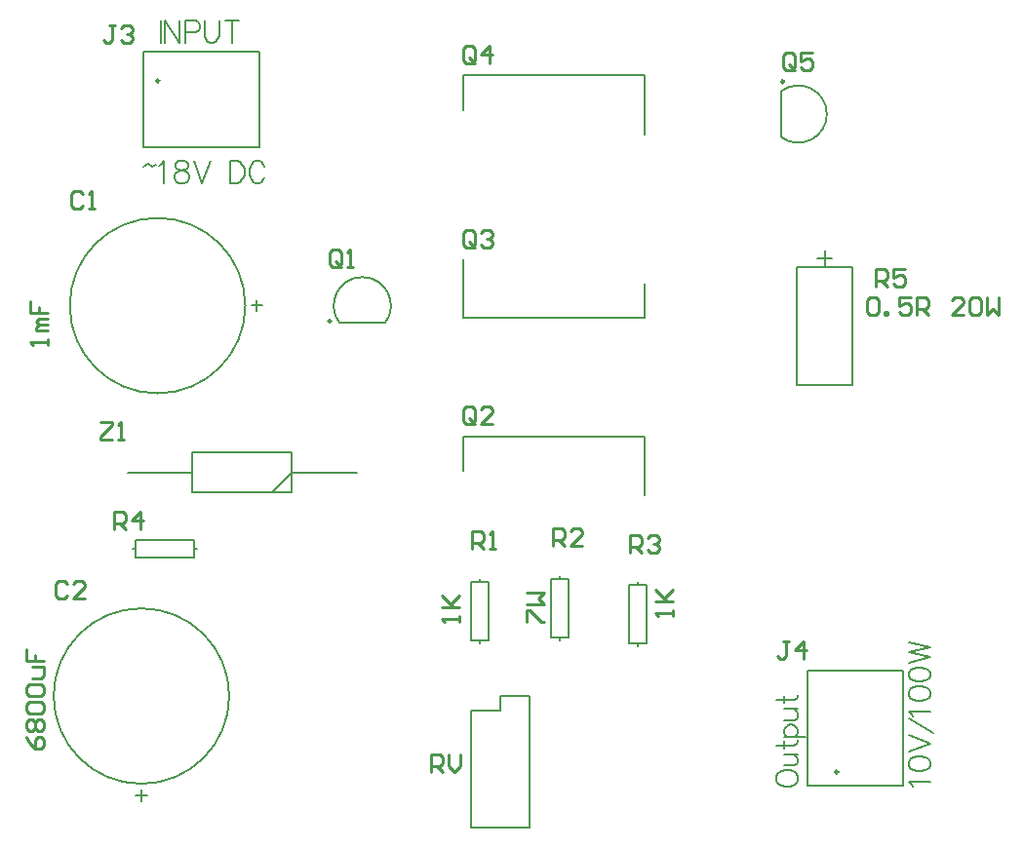
<source format=gto>
G04 Layer_Color=65535*
%FSLAX25Y25*%
%MOIN*%
G70*
G01*
G75*
%ADD29C,0.00984*%
%ADD30C,0.00787*%
%ADD31C,0.01102*%
%ADD32C,0.00600*%
%ADD33C,0.00500*%
%ADD34C,0.01000*%
%ADD35C,0.00591*%
%ADD36C,0.00781*%
D29*
X272677Y273642D02*
G03*
X272677Y273642I-492J0D01*
G01*
X117850Y191685D02*
G03*
X117850Y191685I-492J0D01*
G01*
D30*
X271595Y254705D02*
G03*
X271595Y270295I5906J7795D01*
G01*
X136295Y191095D02*
G03*
X120705Y191095I-7795J5906D01*
G01*
X83000Y63500D02*
G03*
X83000Y63500I-30000J0D01*
G01*
X88500Y197000D02*
G03*
X88500Y197000I-30000J0D01*
G01*
X271594Y254705D02*
Y270295D01*
X225004Y255535D02*
Y275811D01*
X162996D02*
X225004D01*
X162996Y264000D02*
Y275811D01*
X163039Y192689D02*
Y212965D01*
Y192689D02*
X225047D01*
Y204500D01*
X219500Y101500D02*
X222500D01*
X219500Y81500D02*
Y101500D01*
Y81500D02*
X225500D01*
Y101500D01*
X222500D02*
X225500D01*
X222500Y80600D02*
Y81500D01*
Y101500D02*
Y102400D01*
X168500Y82500D02*
X171500D01*
Y102500D01*
X165500D02*
X171500D01*
X165500Y82500D02*
Y102500D01*
Y82500D02*
X168500D01*
Y102500D02*
Y103400D01*
Y81600D02*
Y82500D01*
X225047Y132035D02*
Y152311D01*
X163039D02*
X225047D01*
X163039Y140500D02*
Y152311D01*
X196000Y83500D02*
X199000D01*
Y103500D01*
X193000D02*
X199000D01*
X193000Y83500D02*
Y103500D01*
Y83500D02*
X196000D01*
Y103500D02*
Y104400D01*
Y82600D02*
Y83500D01*
X120705Y191094D02*
X136295D01*
X70488Y133130D02*
X104488D01*
X70488D02*
Y146870D01*
X104488D01*
Y133130D02*
Y146870D01*
X97614Y133130D02*
X104488Y140000D01*
X126760D01*
X48217D02*
X70488D01*
X71000Y114000D02*
Y117000D01*
X51000D02*
X71000D01*
X51000Y111000D02*
Y117000D01*
Y111000D02*
X71000D01*
Y114000D01*
X50100D02*
X51000D01*
X71000D02*
X71900D01*
X165500Y18500D02*
X185500D01*
Y63500D01*
X175500D02*
X185500D01*
X175500Y58500D02*
Y63500D01*
X165500Y58500D02*
X175500D01*
X165500Y18500D02*
Y58500D01*
D31*
X291146Y37539D02*
G03*
X291146Y37539I-551J0D01*
G01*
X59091Y273905D02*
G03*
X59091Y273905I-551J0D01*
G01*
D32*
X286500Y210750D02*
Y215750D01*
X284000Y213250D02*
X289000D01*
X296050Y169850D02*
Y210250D01*
X276950Y169850D02*
Y210250D01*
Y169850D02*
X296050D01*
X276950Y210250D02*
X296050D01*
D33*
X280752Y32815D02*
Y72185D01*
X313429D01*
Y32815D02*
Y72185D01*
X280752Y32815D02*
X313429D01*
X53815Y283748D02*
X93185D01*
Y251071D02*
Y283748D01*
X53815Y251071D02*
X93185D01*
X53815D02*
Y283748D01*
D34*
X276199Y278600D02*
Y282598D01*
X275199Y283598D01*
X273200D01*
X272200Y282598D01*
Y278600D01*
X273200Y277600D01*
X275199D01*
X274199Y279599D02*
X276199Y277600D01*
X275199D02*
X276199Y278600D01*
X282197Y283598D02*
X278198D01*
Y280599D01*
X280197Y281599D01*
X281197D01*
X282197Y280599D01*
Y278600D01*
X281197Y277600D01*
X279198D01*
X278198Y278600D01*
X39076Y157298D02*
X43075D01*
Y156298D01*
X39076Y152300D01*
Y151300D01*
X43075D01*
X45074D02*
X47074D01*
X46074D01*
Y157298D01*
X45074Y156298D01*
X152000Y37500D02*
Y43498D01*
X154999D01*
X155999Y42498D01*
Y40499D01*
X154999Y39499D01*
X152000D01*
X153999D02*
X155999Y37500D01*
X157998Y43498D02*
Y39499D01*
X159997Y37500D01*
X161997Y39499D01*
Y43498D01*
X304000Y203500D02*
Y209498D01*
X306999D01*
X307999Y208498D01*
Y206499D01*
X306999Y205499D01*
X304000D01*
X305999D02*
X307999Y203500D01*
X313997Y209498D02*
X309998D01*
Y206499D01*
X311997Y207499D01*
X312997D01*
X313997Y206499D01*
Y204500D01*
X312997Y203500D01*
X310998D01*
X309998Y204500D01*
X43800Y120400D02*
Y126398D01*
X46799D01*
X47799Y125398D01*
Y123399D01*
X46799Y122399D01*
X43800D01*
X45799D02*
X47799Y120400D01*
X52797D02*
Y126398D01*
X49798Y123399D01*
X53797D01*
X220150Y112650D02*
Y118648D01*
X223149D01*
X224149Y117648D01*
Y115649D01*
X223149Y114649D01*
X220150D01*
X222149D02*
X224149Y112650D01*
X226148Y117648D02*
X227148Y118648D01*
X229147D01*
X230147Y117648D01*
Y116649D01*
X229147Y115649D01*
X228147D01*
X229147D01*
X230147Y114649D01*
Y113650D01*
X229147Y112650D01*
X227148D01*
X226148Y113650D01*
X193600Y114700D02*
Y120698D01*
X196599D01*
X197599Y119698D01*
Y117699D01*
X196599Y116699D01*
X193600D01*
X195599D02*
X197599Y114700D01*
X203597D02*
X199598D01*
X203597Y118699D01*
Y119698D01*
X202597Y120698D01*
X200598D01*
X199598Y119698D01*
X166100Y113700D02*
Y119698D01*
X169099D01*
X170099Y118698D01*
Y116699D01*
X169099Y115699D01*
X166100D01*
X168099D02*
X170099Y113700D01*
X172098D02*
X174097D01*
X173098D01*
Y119698D01*
X172098Y118698D01*
X166899Y280900D02*
Y284898D01*
X165899Y285898D01*
X163900D01*
X162900Y284898D01*
Y280900D01*
X163900Y279900D01*
X165899D01*
X164899Y281899D02*
X166899Y279900D01*
X165899D02*
X166899Y280900D01*
X171897Y279900D02*
Y285898D01*
X168898Y282899D01*
X172897D01*
X166985Y218000D02*
Y221998D01*
X165986Y222998D01*
X163986D01*
X162987Y221998D01*
Y218000D01*
X163986Y217000D01*
X165986D01*
X164986Y218999D02*
X166985Y217000D01*
X165986D02*
X166985Y218000D01*
X168985Y221998D02*
X169984Y222998D01*
X171984D01*
X172983Y221998D01*
Y220999D01*
X171984Y219999D01*
X170984D01*
X171984D01*
X172983Y218999D01*
Y218000D01*
X171984Y217000D01*
X169984D01*
X168985Y218000D01*
X166942Y157400D02*
Y161398D01*
X165942Y162398D01*
X163943D01*
X162943Y161398D01*
Y157400D01*
X163943Y156400D01*
X165942D01*
X164943Y158399D02*
X166942Y156400D01*
X165942D02*
X166942Y157400D01*
X172940Y156400D02*
X168941D01*
X172940Y160399D01*
Y161398D01*
X171940Y162398D01*
X169941D01*
X168941Y161398D01*
X121399Y211200D02*
Y215198D01*
X120399Y216198D01*
X118400D01*
X117400Y215198D01*
Y211200D01*
X118400Y210200D01*
X120399D01*
X119399Y212199D02*
X121399Y210200D01*
X120399D02*
X121399Y211200D01*
X123398Y210200D02*
X125397D01*
X124398D01*
Y216198D01*
X123398Y215198D01*
X274299Y82298D02*
X272299D01*
X273299D01*
Y77300D01*
X272299Y76300D01*
X271300D01*
X270300Y77300D01*
X279297Y76300D02*
Y82298D01*
X276298Y79299D01*
X280297D01*
X43999Y292998D02*
X41999D01*
X42999D01*
Y288000D01*
X41999Y287000D01*
X41000D01*
X40000Y288000D01*
X45998Y291998D02*
X46998Y292998D01*
X48997D01*
X49997Y291998D01*
Y290999D01*
X48997Y289999D01*
X47997D01*
X48997D01*
X49997Y288999D01*
Y288000D01*
X48997Y287000D01*
X46998D01*
X45998Y288000D01*
X27599Y101898D02*
X26599Y102898D01*
X24600D01*
X23600Y101898D01*
Y97900D01*
X24600Y96900D01*
X26599D01*
X27599Y97900D01*
X33597Y96900D02*
X29598D01*
X33597Y100899D01*
Y101898D01*
X32597Y102898D01*
X30598D01*
X29598Y101898D01*
X33149Y235348D02*
X32149Y236348D01*
X30150D01*
X29150Y235348D01*
Y231350D01*
X30150Y230350D01*
X32149D01*
X33149Y231350D01*
X35148Y230350D02*
X37147D01*
X36148D01*
Y236348D01*
X35148Y235348D01*
X301000Y198998D02*
X302000Y199998D01*
X303999D01*
X304999Y198998D01*
Y195000D01*
X303999Y194000D01*
X302000D01*
X301000Y195000D01*
Y198998D01*
X306998Y194000D02*
Y195000D01*
X307998D01*
Y194000D01*
X306998D01*
X315995Y199998D02*
X311996D01*
Y196999D01*
X313996Y197999D01*
X314996D01*
X315995Y196999D01*
Y195000D01*
X314996Y194000D01*
X312996D01*
X311996Y195000D01*
X317994Y194000D02*
Y199998D01*
X320993D01*
X321993Y198998D01*
Y196999D01*
X320993Y195999D01*
X317994D01*
X319994D02*
X321993Y194000D01*
X333989D02*
X329991D01*
X333989Y197999D01*
Y198998D01*
X332990Y199998D01*
X330990D01*
X329991Y198998D01*
X335989D02*
X336988Y199998D01*
X338988D01*
X339987Y198998D01*
Y195000D01*
X338988Y194000D01*
X336988D01*
X335989Y195000D01*
Y198998D01*
X341987Y199998D02*
Y194000D01*
X343986Y195999D01*
X345985Y194000D01*
Y199998D01*
X161500Y89000D02*
Y90999D01*
Y90000D01*
X155502D01*
X156502Y89000D01*
X155502Y93998D02*
X161500D01*
X159501D01*
X155502Y97997D01*
X158501Y94998D01*
X161500Y97997D01*
X184502Y89000D02*
Y92999D01*
X185502D01*
X189500Y89000D01*
X190500D01*
X184502Y94998D02*
X190500D01*
X188501Y96997D01*
X190500Y98997D01*
X184502D01*
X234500Y91000D02*
Y92999D01*
Y92000D01*
X228502D01*
X229502Y91000D01*
X228502Y95998D02*
X234500D01*
X232501D01*
X228502Y99997D01*
X231501Y96998D01*
X234500Y99997D01*
X13502Y49499D02*
X14502Y47499D01*
X16501Y45500D01*
X18500D01*
X19500Y46500D01*
Y48499D01*
X18500Y49499D01*
X17501D01*
X16501Y48499D01*
Y45500D01*
X14502Y51498D02*
X13502Y52498D01*
Y54497D01*
X14502Y55497D01*
X15501D01*
X16501Y54497D01*
X17501Y55497D01*
X18500D01*
X19500Y54497D01*
Y52498D01*
X18500Y51498D01*
X17501D01*
X16501Y52498D01*
X15501Y51498D01*
X14502D01*
X16501Y52498D02*
Y54497D01*
X14502Y57496D02*
X13502Y58496D01*
Y60495D01*
X14502Y61495D01*
X18500D01*
X19500Y60495D01*
Y58496D01*
X18500Y57496D01*
X14502D01*
Y63494D02*
X13502Y64494D01*
Y66493D01*
X14502Y67493D01*
X18500D01*
X19500Y66493D01*
Y64494D01*
X18500Y63494D01*
X14502D01*
X15501Y69492D02*
X18500D01*
X19500Y70492D01*
Y73491D01*
X15501D01*
X13502Y79489D02*
Y75490D01*
X16501D01*
Y77490D01*
Y75490D01*
X19500D01*
X21000Y183500D02*
Y185499D01*
Y184500D01*
X15002D01*
X16002Y183500D01*
X21000Y188498D02*
X17001D01*
Y189498D01*
X18001Y190498D01*
X21000D01*
X18001D01*
X17001Y191497D01*
X18001Y192497D01*
X21000D01*
X15002Y198495D02*
Y194496D01*
X18001D01*
Y196496D01*
Y194496D01*
X21000D01*
D35*
X53051Y31485D02*
Y27549D01*
X55019Y29517D02*
X51083D01*
X90515Y197051D02*
X94451D01*
X92483Y199019D02*
Y195083D01*
D36*
X59500Y294380D02*
Y287000D01*
X61046Y294380D02*
Y287000D01*
Y294380D02*
X65967Y287000D01*
Y294380D02*
Y287000D01*
X68005Y290514D02*
X71168D01*
X72222Y290866D01*
X72574Y291217D01*
X72925Y291920D01*
Y292974D01*
X72574Y293677D01*
X72222Y294029D01*
X71168Y294380D01*
X68005D01*
Y287000D01*
X74577Y294380D02*
Y289109D01*
X74928Y288054D01*
X75631Y287351D01*
X76686Y287000D01*
X77389D01*
X78443Y287351D01*
X79146Y288054D01*
X79497Y289109D01*
Y294380D01*
X83996D02*
Y287000D01*
X81536Y294380D02*
X86456D01*
X53500Y244623D02*
X55257Y245677D01*
X56663Y244623D01*
X58069Y245326D01*
X58912Y244974D02*
X59615Y245326D01*
X60669Y246380D01*
Y239000D01*
X66082Y246380D02*
X65027Y246029D01*
X64676Y245326D01*
Y244623D01*
X65027Y243920D01*
X65730Y243569D01*
X67136Y243217D01*
X68190Y242866D01*
X68893Y242163D01*
X69245Y241460D01*
Y240406D01*
X68893Y239703D01*
X68542Y239351D01*
X67488Y239000D01*
X66082D01*
X65027Y239351D01*
X64676Y239703D01*
X64324Y240406D01*
Y241460D01*
X64676Y242163D01*
X65379Y242866D01*
X66433Y243217D01*
X67839Y243569D01*
X68542Y243920D01*
X68893Y244623D01*
Y245326D01*
X68542Y246029D01*
X67488Y246380D01*
X66082D01*
X70897D02*
X73708Y239000D01*
X76520Y246380D02*
X73708Y239000D01*
X83267Y246380D02*
Y239000D01*
Y246380D02*
X85727D01*
X86782Y246029D01*
X87485Y245326D01*
X87836Y244623D01*
X88187Y243569D01*
Y241811D01*
X87836Y240757D01*
X87485Y240054D01*
X86782Y239351D01*
X85727Y239000D01*
X83267D01*
X95111Y244623D02*
X94760Y245326D01*
X94057Y246029D01*
X93354Y246380D01*
X91948D01*
X91245Y246029D01*
X90542Y245326D01*
X90191Y244623D01*
X89839Y243569D01*
Y241811D01*
X90191Y240757D01*
X90542Y240054D01*
X91245Y239351D01*
X91948Y239000D01*
X93354D01*
X94057Y239351D01*
X94760Y240054D01*
X95111Y240757D01*
X316573Y32449D02*
X316221Y33152D01*
X315167Y34207D01*
X322547D01*
X315167Y39970D02*
X315518Y38916D01*
X316573Y38213D01*
X318330Y37862D01*
X319384D01*
X321142Y38213D01*
X322196Y38916D01*
X322547Y39970D01*
Y40673D01*
X322196Y41728D01*
X321142Y42430D01*
X319384Y42782D01*
X318330D01*
X316573Y42430D01*
X315518Y41728D01*
X315167Y40673D01*
Y39970D01*
Y44434D02*
X322547Y47245D01*
X315167Y50057D02*
X322547Y47245D01*
X323602Y51006D02*
X315167Y55926D01*
X316573Y56418D02*
X316221Y57121D01*
X315167Y58175D01*
X322547D01*
X315167Y63939D02*
X315518Y62884D01*
X316573Y62182D01*
X318330Y61830D01*
X319384D01*
X321142Y62182D01*
X322196Y62884D01*
X322547Y63939D01*
Y64642D01*
X322196Y65696D01*
X321142Y66399D01*
X319384Y66750D01*
X318330D01*
X316573Y66399D01*
X315518Y65696D01*
X315167Y64642D01*
Y63939D01*
Y70511D02*
X315518Y69456D01*
X316573Y68754D01*
X318330Y68402D01*
X319384D01*
X321142Y68754D01*
X322196Y69456D01*
X322547Y70511D01*
Y71214D01*
X322196Y72268D01*
X321142Y72971D01*
X319384Y73322D01*
X318330D01*
X316573Y72971D01*
X315518Y72268D01*
X315167Y71214D01*
Y70511D01*
Y74974D02*
X322547Y76731D01*
X315167Y78489D02*
X322547Y76731D01*
X315167Y78489D02*
X322547Y80246D01*
X315167Y82003D02*
X322547Y80246D01*
X270076Y34581D02*
X270428Y33878D01*
X271130Y33175D01*
X271833Y32824D01*
X272888Y32472D01*
X274645D01*
X275699Y32824D01*
X276402Y33175D01*
X277105Y33878D01*
X277456Y34581D01*
Y35987D01*
X277105Y36690D01*
X276402Y37393D01*
X275699Y37744D01*
X274645Y38095D01*
X272888D01*
X271833Y37744D01*
X271130Y37393D01*
X270428Y36690D01*
X270076Y35987D01*
Y34581D01*
X272536Y39817D02*
X276051D01*
X277105Y40169D01*
X277456Y40872D01*
Y41926D01*
X277105Y42629D01*
X276051Y43683D01*
X272536D02*
X277456D01*
X270076Y46670D02*
X276051D01*
X277105Y47022D01*
X277456Y47725D01*
Y48428D01*
X272536Y45616D02*
Y48076D01*
Y49482D02*
X279917D01*
X273591D02*
X272888Y50185D01*
X272536Y50888D01*
Y51942D01*
X272888Y52645D01*
X273591Y53348D01*
X274645Y53699D01*
X275348D01*
X276402Y53348D01*
X277105Y52645D01*
X277456Y51942D01*
Y50888D01*
X277105Y50185D01*
X276402Y49482D01*
X272536Y55281D02*
X276051D01*
X277105Y55632D01*
X277456Y56335D01*
Y57390D01*
X277105Y58092D01*
X276051Y59147D01*
X272536D02*
X277456D01*
X270076Y62134D02*
X276051D01*
X277105Y62485D01*
X277456Y63188D01*
Y63891D01*
X272536Y61080D02*
Y63540D01*
M02*

</source>
